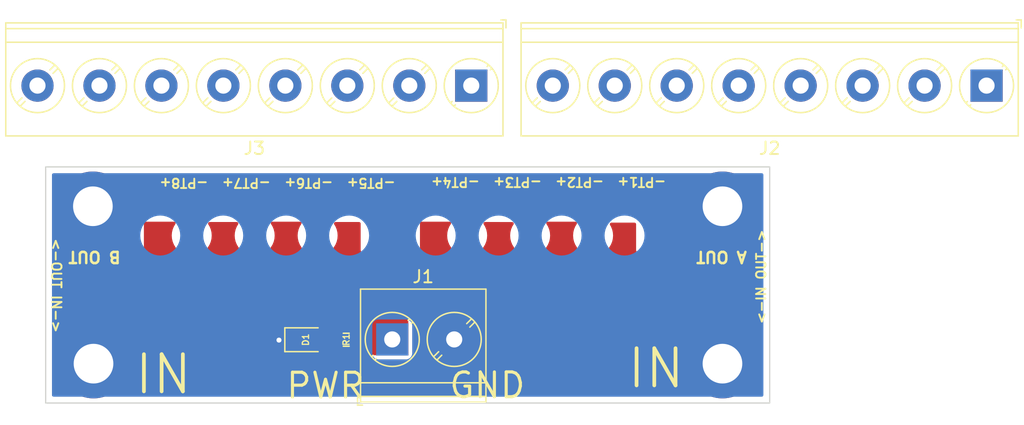
<source format=kicad_pcb>
(kicad_pcb (version 20221018) (generator pcbnew)
  (layers (0 "F.Cu" signal) (31 "B.Cu" power) (34 "B.Paste" user) (35 "F.Paste" user) (36 "B.SilkS" user "B.Silkscreen") (37 "F.SilkS" user "F.Silkscreen") (38 "B.Mask" user) (39 "F.Mask" user) (44 "Edge.Cuts" user))
  (net 0 "")
  (net 1 "Net-(D1-A)")
  (net 2 "GND")
  (net 3 "POWER IN")
  (footprint "TerminalBlock_Phoenix:TerminalBlock_Phoenix_PT-1,5-8-5.0-H_1x08_P5.00mm_Horizontal" (layer "F.Cu") (at 101.32 18.84 180)
    (fp_text reference "J2" (at 17.5 -5.06 180) (layer "F.SilkS"))
    (fp_text value "OUT CHAN A")
    (fp_line (start -2.8 4.66) (end -2.8 5.3) (stroke (width 0.12)) (layer "F.SilkS"))
    (fp_line (start -2.8 5.3) (end -2.4 5.3) (stroke (width 0.12)) (layer "F.SilkS"))
    (fp_line (start -2.56 -4.06) (end -2.56 5.06) (stroke (width 0.12)) (layer "F.SilkS"))
    (fp_line (start -2.56 -4.06) (end 37.56 -4.06) (stroke (width 0.12)) (layer "F.SilkS"))
    (fp_line (start -2.56 3.5) (end 37.56 3.5) (stroke (width 0.12)) (layer "F.SilkS"))
    (fp_line (start -2.56 4.6) (end 37.56 4.6) (stroke (width 0.12)) (layer "F.SilkS"))
    (fp_line (start -2.56 5.06) (end 37.56 5.06) (stroke (width 0.12)) (layer "F.SilkS"))
    (fp_line (start -1.548 1.281) (end -1.654 1.388) (stroke (width 0.12)) (layer "F.SilkS"))
    (fp_line (start -1.282 1.547) (end -1.388 1.654) (stroke (width 0.12)) (layer "F.SilkS"))
    (fp_line (start 1.388 -1.654) (end 1.281 -1.547) (stroke (width 0.12)) (layer "F.SilkS"))
    (fp_line (start 1.654 -1.388) (end 1.547 -1.281) (stroke (width 0.12)) (layer "F.SilkS"))
    (fp_line (start 3.742 0.992) (end 3.347 1.388) (stroke (width 0.12)) (layer "F.SilkS"))
    (fp_line (start 3.993 1.274) (end 3.613 1.654) (stroke (width 0.12)) (layer "F.SilkS"))
    (fp_line (start 6.388 -1.654) (end 6.008 -1.274) (stroke (width 0.12)) (layer "F.SilkS"))
    (fp_line (start 6.654 -1.388) (end 6.259 -0.992) (stroke (width 0.12)) (layer "F.SilkS"))
    (fp_line (start 8.742 0.992) (end 8.347 1.388) (stroke (width 0.12)) (layer "F.SilkS"))
    (fp_line (start 8.993 1.274) (end 8.613 1.654) (stroke (width 0.12)) (layer "F.SilkS"))
    (fp_line (start 11.388 -1.654) (end 11.008 -1.274) (stroke (width 0.12)) (layer "F.SilkS"))
    (fp_line (start 11.654 -1.388) (end 11.259 -0.992) (stroke (width 0.12)) (layer "F.SilkS"))
    (fp_line (start 13.742 0.992) (end 13.347 1.388) (stroke (width 0.12)) (layer "F.SilkS"))
    (fp_line (start 13.993 1.274) (end 13.613 1.654) (stroke (width 0.12)) (layer "F.SilkS"))
    (fp_line (start 16.388 -1.654) (end 16.008 -1.274) (stroke (width 0.12)) (layer "F.SilkS"))
    (fp_line (start 16.654 -1.388) (end 16.259 -0.992) (stroke (width 0.12)) (layer "F.SilkS"))
    (fp_line (start 18.742 0.992) (end 18.347 1.388) (stroke (width 0.12)) (layer "F.SilkS"))
    (fp_line (start 18.993 1.274) (end 18.613 1.654) (stroke (width 0.12)) (layer "F.SilkS"))
    (fp_line (start 21.388 -1.654) (end 21.008 -1.274) (stroke (width 0.12)) (layer "F.SilkS"))
    (fp_line (start 21.654 -1.388) (end 21.259 -0.992) (stroke (width 0.12)) (layer "F.SilkS"))
    (fp_line (start 23.742 0.992) (end 23.347 1.388) (stroke (width 0.12)) (layer "F.SilkS"))
    (fp_line (start 23.993 1.274) (end 23.613 1.654) (stroke (width 0.12)) (layer "F.SilkS"))
    (fp_line (start 26.388 -1.654) (end 26.008 -1.274) (stroke (width 0.12)) (layer "F.SilkS"))
    (fp_line (start 26.654 -1.388) (end 26.259 -0.992) (stroke (width 0.12)) (layer "F.SilkS"))
    (fp_line (start 28.742 0.992) (end 28.347 1.388) (stroke (width 0.12)) (layer "F.SilkS"))
    (fp_line (start 28.993 1.274) (end 28.613 1.654) (stroke (width 0.12)) (layer "F.SilkS"))
    (fp_line (start 31.388 -1.654) (end 31.008 -1.274) (stroke (width 0.12)) (layer "F.SilkS"))
    (fp_line (start 31.654 -1.388) (end 31.259 -0.992) (stroke (width 0.12)) (layer "F.SilkS"))
    (fp_line (start 33.742 0.992) (end 33.347 1.388) (stroke (width 0.12)) (layer "F.SilkS"))
    (fp_line (start 33.993 1.274) (end 33.613 1.654) (stroke (width 0.12)) (layer "F.SilkS"))
    (fp_line (start 36.388 -1.654) (end 36.008 -1.274) (stroke (width 0.12)) (layer "F.SilkS"))
    (fp_line (start 36.654 -1.388) (end 36.259 -0.992) (stroke (width 0.12)) (layer "F.SilkS"))
    (fp_line (start 37.56 -4.06) (end 37.56 5.06) (stroke (width 0.12)) (layer "F.SilkS"))
    (fp_circle (center 0 0) (end 2.18 0) (stroke (width 0.12)) (fill none) (layer "F.SilkS"))
    (fp_circle (center 5 0) (end 7.18 0) (stroke (width 0.12)) (fill none) (layer "F.SilkS"))
    (fp_circle (center 10 0) (end 12.18 0) (stroke (width 0.12)) (fill none) (layer "F.SilkS"))
    (fp_circle (center 15 0) (end 17.18 0) (stroke (width 0.12)) (fill none) (layer "F.SilkS"))
    (fp_circle (center 20 0) (end 22.18 0) (stroke (width 0.12)) (fill none) (layer "F.SilkS"))
    (fp_circle (center 25 0) (end 27.18 0) (stroke (width 0.12)) (fill none) (layer "F.SilkS"))
    (fp_circle (center 30 0) (end 32.18 0) (stroke (width 0.12)) (fill none) (layer "F.SilkS"))
    (fp_circle (center 35 0) (end 37.18 0) (stroke (width 0.12)) (fill none) (layer "F.SilkS"))
    (pad "1" thru_hole rect (at 0 0 180) (size 2.6 2.6) (drill 1.3) (layers "*.Cu" "*.Mask") (net 2 "GND"))
    (pad "2" thru_hole circle (at 5 0 180) (size 2.6 2.6) (drill 1.3) (layers "*.Cu" "*.Mask") (net 3 "POWER IN"))
    (pad "3" thru_hole circle (at 10 0 180) (size 2.6 2.6) (drill 1.3) (layers "*.Cu" "*.Mask") (net 2 "GND"))
    (pad "4" thru_hole circle (at 15 0 180) (size 2.6 2.6) (drill 1.3) (layers "*.Cu" "*.Mask") (net 3 "POWER IN"))
    (pad "5" thru_hole circle (at 20 0 180) (size 2.6 2.6) (drill 1.3) (layers "*.Cu" "*.Mask") (net 2 "GND"))
    (pad "6" thru_hole circle (at 25 0 180) (size 2.6 2.6) (drill 1.3) (layers "*.Cu" "*.Mask") (net 3 "POWER IN"))
    (pad "7" thru_hole circle (at 30 0 180) (size 2.6 2.6) (drill 1.3) (layers "*.Cu" "*.Mask") (net 2 "GND"))
    (pad "8" thru_hole circle (at 35 0 180) (size 2.6 2.6) (drill 1.3) (layers "*.Cu" "*.Mask") (net 3 "POWER IN"))
  )
  (footprint "MountingHole:MountingHole_3.2mm_M3_DIN965_Pad_TopBottom" (layer "F.Cu") (at 80.01 28.575)
    (fp_text reference "H3" hide)
    (fp_text value "MountingHole_Pad")
    (pad "1" thru_hole circle (at 0 0) (size 3.6 3.6) (drill 3.2) (layers "*.Cu" "*.Mask") (net 2 "GND"))
    (pad "1" connect circle (at 0 0) (size 5.6 5.6) (layers "F.Cu" "F.Mask") (net 2 "GND"))
    (pad "1" connect circle (at 0 0) (size 5.6 5.6) (layers "B.Cu" "B.Mask") (net 2 "GND"))
  )
  (footprint "MountingHole:MountingHole_3.2mm_M3_DIN965_Pad_TopBottom" (layer "F.Cu") (at 29.21 28.575)
    (fp_text reference "H1" hide)
    (fp_text value "MountingHole_Pad")
    (pad "1" thru_hole circle locked (at 0 0) (size 3.6 3.6) (drill 3.2) (layers "*.Cu" "*.Mask") (net 2 "GND"))
    (pad "1" connect circle locked (at 0 0) (size 5.6 5.6) (layers "F.Cu" "F.Mask") (net 2 "GND"))
    (pad "1" connect circle locked (at 0 0) (size 5.6 5.6) (layers "B.Cu" "B.Mask") (net 2 "GND"))
  )
  (footprint "TerminalBlock_Phoenix:TerminalBlock_Phoenix_PT-1,5-2-5.0-H_1x02_P5.00mm_Horizontal" (layer "F.Cu") (at 53.3654 39.3192)
    (fp_text reference "J1" (at 2.5 -5.06) (layer "F.SilkS"))
    (fp_text value "POWER IN ")
    (fp_line (start -2.8 4.66) (end -2.8 5.3) (stroke (width 0.12)) (layer "F.SilkS"))
    (fp_line (start -2.8 5.3) (end -2.4 5.3) (stroke (width 0.12)) (layer "F.SilkS"))
    (fp_line (start -2.56 -4.06) (end -2.56 5.06) (stroke (width 0.12)) (layer "F.SilkS"))
    (fp_line (start -2.56 -4.06) (end 7.56 -4.06) (stroke (width 0.12)) (layer "F.SilkS"))
    (fp_line (start -2.56 3.5) (end 7.56 3.5) (stroke (width 0.12)) (layer "F.SilkS"))
    (fp_line (start -2.56 4.6) (end 7.56 4.6) (stroke (width 0.12)) (layer "F.SilkS"))
    (fp_line (start -2.56 5.06) (end 7.56 5.06) (stroke (width 0.12)) (layer "F.SilkS"))
    (fp_line (start -1.548 1.281) (end -1.654 1.388) (stroke (width 0.12)) (layer "F.SilkS"))
    (fp_line (start -1.282 1.547) (end -1.388 1.654) (stroke (width 0.12)) (layer "F.SilkS"))
    (fp_line (start 1.388 -1.654) (end 1.281 -1.547) (stroke (width 0.12)) (layer "F.SilkS"))
    (fp_line (start 1.654 -1.388) (end 1.547 -1.281) (stroke (width 0.12)) (layer "F.SilkS"))
    (fp_line (start 3.742 0.992) (end 3.347 1.388) (stroke (width 0.12)) (layer "F.SilkS"))
    (fp_line (start 3.993 1.274) (end 3.613 1.654) (stroke (width 0.12)) (layer "F.SilkS"))
    (fp_line (start 6.388 -1.654) (end 6.008 -1.274) (stroke (width 0.12)) (layer "F.SilkS"))
    (fp_line (start 6.654 -1.388) (end 6.259 -0.992) (stroke (width 0.12)) (layer "F.SilkS"))
    (fp_line (start 7.56 -4.06) (end 7.56 5.06) (stroke (width 0.12)) (layer "F.SilkS"))
    (fp_circle (center 0 0) (end 2.18 0) (stroke (width 0.12)) (fill none) (layer "F.SilkS"))
    (fp_circle (center 5 0) (end 7.18 0) (stroke (width 0.12)) (fill none) (layer "F.SilkS"))
    (pad "1" thru_hole rect (at 0 0) (size 2.6 2.6) (drill 1.3) (layers "*.Cu" "*.Mask") (net 3 "POWER IN"))
    (pad "2" thru_hole circle (at 5 0) (size 2.6 2.6) (drill 1.3) (layers "*.Cu" "*.Mask") (net 2 "GND"))
  )
  (footprint "Resistor_SMD:R_0603_1608Metric" (layer "F.Cu") (at 49.6529 39.3446)
    (fp_text reference "R1" (at 0.0064 0 -90) (layer "F.SilkS") (effects (font (size 0.5 0.5) (thickness 0.1))))
    (fp_text value "2.9K")
    (fp_line (start -0.237258 -0.5225) (end 0.237258 -0.5225) (stroke (width 0.12)) (layer "F.SilkS"))
    (fp_line (start -0.237258 0.5225) (end 0.237258 0.5225) (stroke (width 0.12)) (layer "F.SilkS"))
    (pad "1" smd roundrect (at -0.825 0) (size 0.8 0.95) (layers "F.Cu" "F.Paste" "F.Mask") (net 1 "Net-(D1-A)"))
    (pad "2" smd roundrect (at 0.825 0) (size 0.8 0.95) (layers "F.Cu" "F.Paste" "F.Mask") (net 3 "POWER IN"))
  )
  (footprint "TerminalBlock_Phoenix:TerminalBlock_Phoenix_PT-1,5-8-5.0-H_1x08_P5.00mm_Horizontal" (layer "F.Cu") (at 59.74 18.84 180)
    (fp_text reference "J3" (at 17.5 -5.06 180) (layer "F.SilkS"))
    (fp_text value "OUT CHAN B")
    (fp_line (start -2.8 4.66) (end -2.8 5.3) (stroke (width 0.12)) (layer "F.SilkS"))
    (fp_line (start -2.8 5.3) (end -2.4 5.3) (stroke (width 0.12)) (layer "F.SilkS"))
    (fp_line (start -2.56 -4.06) (end -2.56 5.06) (stroke (width 0.12)) (layer "F.SilkS"))
    (fp_line (start -2.56 -4.06) (end 37.56 -4.06) (stroke (width 0.12)) (layer "F.SilkS"))
    (fp_line (start -2.56 3.5) (end 37.56 3.5) (stroke (width 0.12)) (layer "F.SilkS"))
    (fp_line (start -2.56 4.6) (end 37.56 4.6) (stroke (width 0.12)) (layer "F.SilkS"))
    (fp_line (start -2.56 5.06) (end 37.56 5.06) (stroke (width 0.12)) (layer "F.SilkS"))
    (fp_line (start -1.548 1.281) (end -1.654 1.388) (stroke (width 0.12)) (layer "F.SilkS"))
    (fp_line (start -1.282 1.547) (end -1.388 1.654) (stroke (width 0.12)) (layer "F.SilkS"))
    (fp_line (start 1.388 -1.654) (end 1.281 -1.547) (stroke (width 0.12)) (layer "F.SilkS"))
    (fp_line (start 1.654 -1.388) (end 1.547 -1.281) (stroke (width 0.12)) (layer "F.SilkS"))
    (fp_line (start 3.742 0.992) (end 3.347 1.388) (stroke (width 0.12)) (layer "F.SilkS"))
    (fp_line (start 3.993 1.274) (end 3.613 1.654) (stroke (width 0.12)) (layer "F.SilkS"))
    (fp_line (start 6.388 -1.654) (end 6.008 -1.274) (stroke (width 0.12)) (layer "F.SilkS"))
    (fp_line (start 6.654 -1.388) (end 6.259 -0.992) (stroke (width 0.12)) (layer "F.SilkS"))
    (fp_line (start 8.742 0.992) (end 8.347 1.388) (stroke (width 0.12)) (layer "F.SilkS"))
    (fp_line (start 8.993 1.274) (end 8.613 1.654) (stroke (width 0.12)) (layer "F.SilkS"))
    (fp_line (start 11.388 -1.654) (end 11.008 -1.274) (stroke (width 0.12)) (layer "F.SilkS"))
    (fp_line (start 11.654 -1.388) (end 11.259 -0.992) (stroke (width 0.12)) (layer "F.SilkS"))
    (fp_line (start 13.742 0.992) (end 13.347 1.388) (stroke (width 0.12)) (layer "F.SilkS"))
    (fp_line (start 13.993 1.274) (end 13.613 1.654) (stroke (width 0.12)) (layer "F.SilkS"))
    (fp_line (start 16.388 -1.654) (end 16.008 -1.274) (stroke (width 0.12)) (layer "F.SilkS"))
    (fp_line (start 16.654 -1.388) (end 16.259 -0.992) (stroke (width 0.12)) (layer "F.SilkS"))
    (fp_line (start 18.742 0.992) (end 18.347 1.388) (stroke (width 0.12)) (layer "F.SilkS"))
    (fp_line (start 18.993 1.274) (end 18.613 1.654) (stroke (width 0.12)) (layer "F.SilkS"))
    (fp_line (start 21.388 -1.654) (end 21.008 -1.274) (stroke (width 0.12)) (layer "F.SilkS"))
    (fp_line (start 21.654 -1.388) (end 21.259 -0.992) (stroke (width 0.12)) (layer "F.SilkS"))
    (fp_line (start 23.742 0.992) (end 23.347 1.388) (stroke (width 0.12)) (layer "F.SilkS"))
    (fp_line (start 23.993 1.274) (end 23.613 1.654) (stroke (width 0.12)) (layer "F.SilkS"))
    (fp_line (start 26.388 -1.654) (end 26.008 -1.274) (stroke (width 0.12)) (layer "F.SilkS"))
    (fp_line (start 26.654 -1.388) (end 26.259 -0.992) (stroke (width 0.12)) (layer "F.SilkS"))
    (fp_line (start 28.742 0.992) (end 28.347 1.388) (stroke (width 0.12)) (layer "F.SilkS"))
    (fp_line (start 28.993 1.274) (end 28.613 1.654) (stroke (width 0.12)) (layer "F.SilkS"))
    (fp_line (start 31.388 -1.654) (end 31.008 -1.274) (stroke (width 0.12)) (layer "F.SilkS"))
    (fp_line (start 31.654 -1.388) (end 31.259 -0.992) (stroke (width 0.12)) (layer "F.SilkS"))
    (fp_line (start 33.742 0.992) (end 33.347 1.388) (stroke (width 0.12)) (layer "F.SilkS"))
    (fp_line (start 33.993 1.274) (end 33.613 1.654) (stroke (width 0.12)) (layer "F.SilkS"))
    (fp_line (start 36.388 -1.654) (end 36.008 -1.274) (stroke (width 0.12)) (layer "F.SilkS"))
    (fp_line (start 36.654 -1.388) (end 36.259 -0.992) (stroke (width 0.12)) (layer "F.SilkS"))
    (fp_line (start 37.56 -4.06) (end 37.56 5.06) (stroke (width 0.12)) (layer "F.SilkS"))
    (fp_circle (center 0 0) (end 2.18 0) (stroke (width 0.12)) (fill none) (layer "F.SilkS"))
    (fp_circle (center 5 0) (end 7.18 0) (stroke (width 0.12)) (fill none) (layer "F.SilkS"))
    (fp_circle (center 10 0) (end 12.18 0) (stroke (width 0.12)) (fill none) (layer "F.SilkS"))
    (fp_circle (center 15 0) (end 17.18 0) (stroke (width 0.12)) (fill none) (layer "F.SilkS"))
    (fp_circle (center 20 0) (end 22.18 0) (stroke (width 0.12)) (fill none) (layer "F.SilkS"))
    (fp_circle (center 25 0) (end 27.18 0) (stroke (width 0.12)) (fill none) (layer "F.SilkS"))
    (fp_circle (center 30 0) (end 32.18 0) (stroke (width 0.12)) (fill none) (layer "F.SilkS"))
    (fp_circle (center 35 0) (end 37.18 0) (stroke (width 0.12)) (fill none) (layer "F.SilkS"))
    (pad "1" thru_hole rect (at 0 0 180) (size 2.6 2.6) (drill 1.3) (layers "*.Cu" "*.Mask") (net 2 "GND"))
    (pad "2" thru_hole circle (at 5 0 180) (size 2.6 2.6) (drill 1.3) (layers "*.Cu" "*.Mask") (net 3 "POWER IN"))
    (pad "3" thru_hole circle (at 10 0 180) (size 2.6 2.6) (drill 1.3) (layers "*.Cu" "*.Mask") (net 2 "GND"))
    (pad "4" thru_hole circle (at 15 0 180) (size 2.6 2.6) (drill 1.3) (layers "*.Cu" "*.Mask") (net 3 "POWER IN"))
    (pad "5" thru_hole circle (at 20 0 180) (size 2.6 2.6) (drill 1.3) (layers "*.Cu" "*.Mask") (net 2 "GND"))
    (pad "6" thru_hole circle (at 25 0 180) (size 2.6 2.6) (drill 1.3) (layers "*.Cu" "*.Mask") (net 3 "POWER IN"))
    (pad "7" thru_hole circle (at 30 0 180) (size 2.6 2.6) (drill 1.3) (layers "*.Cu" "*.Mask") (net 2 "GND"))
    (pad "8" thru_hole circle (at 35 0 180) (size 2.6 2.6) (drill 1.3) (layers "*.Cu" "*.Mask") (net 3 "POWER IN"))
  )
  (footprint "MountingHole:MountingHole_3.2mm_M3_DIN965_Pad_TopBottom" (layer "F.Cu") (at 29.2608 41.275)
    (fp_text reference "H2" hide)
    (fp_text value "MountingHole_Pad")
    (pad "1" thru_hole circle (at 0 0) (size 3.6 3.6) (drill 3.2) (layers "*.Cu" "*.Mask") (net 2 "GND"))
    (pad "1" connect circle (at 0 0) (size 5.6 5.6) (layers "F.Cu" "F.Mask") (net 2 "GND"))
    (pad "1" connect circle (at 0 0) (size 5.6 5.6) (layers "B.Cu" "B.Mask") (net 2 "GND"))
  )
  (footprint "LED_SMD:LED_0805_2012Metric" (layer "F.Cu") (at 46.3827 39.3446)
    (fp_text reference "D1" (at 0 0 -90) (layer "F.SilkS") (effects (font (size 0.5 0.5) (thickness 0.1))))
    (fp_text value "LED")
    (fp_line (start -1.685 -0.96) (end -1.685 0.96) (stroke (width 0.12)) (layer "F.SilkS"))
    (fp_line (start -1.685 0.96) (end 1 0.96) (stroke (width 0.12)) (layer "F.SilkS"))
    (fp_line (start 1 -0.96) (end -1.685 -0.96) (stroke (width 0.12)) (layer "F.SilkS"))
    (pad "1" smd roundrect (at -0.9375 0) (size 0.975 1.4) (layers "F.Cu" "F.Paste" "F.Mask") (net 2 "GND"))
    (pad "2" smd roundrect (at 0.9375 0) (size 0.975 1.4) (layers "F.Cu" "F.Paste" "F.Mask") (net 1 "Net-(D1-A)"))
  )
  (footprint "MountingHole:MountingHole_3.2mm_M3_DIN965_Pad_TopBottom" (layer "F.Cu") (at 80.01 41.275)
    (fp_text reference "H4" hide)
    (fp_text value "MountingHole_Pad")
    (pad "1" thru_hole circle (at 0 0) (size 3.6 3.6) (drill 3.2) (layers "*.Cu" "*.Mask") (net 2 "GND"))
    (pad "1" connect circle (at 0 0) (size 5.6 5.6) (layers "F.Cu" "F.Mask") (net 2 "GND"))
    (pad "1" connect circle (at 0 0) (size 5.6 5.6) (layers "B.Cu" "B.Mask") (net 2 "GND"))
  )
  (gr_rect (start 25.4 25.4) (end 83.82 44.45) (stroke (width 0.1)) (fill none) (layer "Edge.Cuts"))
  (gr_text "-PT6+" (at 46.623332 26.69 180) (layer "F.SilkS") (effects (font (size 0.75 0.75))))
  (gr_text "PWR" (at 47.9806 43.053) (layer "F.SilkS") (effects (font (size 2 2) (thickness 0.25))))
  (gr_text "IN" (at 74.6506 41.656) (layer "F.SilkS") (effects (font (size 3 3) (thickness 0.3))))
  (gr_text "<-IN OUT->" (at 83.1342 34.2646 90) (layer "F.SilkS") (effects (font (size 0.75 0.75))))
  (gr_text "-PT7+" (at 41.586666 26.69 180) (layer "F.SilkS") (effects (font (size 0.75 0.75))))
  (gr_text "GND" (at 61.0362 43.0276) (layer "F.SilkS") (effects (font (size 2 2) (thickness 0.25))))
  (gr_text "-PT1+" (at 73.49 26.62 180) (layer "F.SilkS") (effects (font (size 0.75 0.75))))
  (gr_text "-PT8+" (at 36.55 26.69 180) (layer "F.SilkS") (effects (font (size 0.75 0.75))))
  (gr_text "-PT3+" (at 63.47 26.62 180) (layer "F.SilkS") (effects (font (size 0.75 0.75))))
  (gr_text "-PT2+" (at 68.48 26.62 180) (layer "F.SilkS") (effects (font (size 0.75 0.75))))
  (gr_text "<-OUT IN->" (at 26.2636 34.9758 270) (layer "F.SilkS") (effects (font (size 0.75 0.75))))
  (gr_text "B OUT\n" (at 29.337 32.6644 180) (layer "F.SilkS") (effects (font (size 0.9 0.9) (thickness 0.2))))
  (gr_text "-PT5+" (at 51.66 26.69 180) (layer "F.SilkS") (effects (font (size 0.75 0.75))))
  (gr_text "-PT4+" (at 58.46 26.62 180) (layer "F.SilkS") (effects (font (size 0.75 0.75))))
  (gr_text "IN" (at 34.8996 42.1386) (layer "F.SilkS") (effects (font (size 3 3) (thickness 0.3))))
  (gr_text "A OUT\n" (at 79.9338 32.6644 180) (layer "F.SilkS") (effects (font (size 0.9 0.9) (thickness 0.2))))
  (segment (start 48.8279 39.3446) (end 47.3202 39.3446) (width 0.5) (layer "F.Cu") (net 1))
  (segment (start 45.4452 39.3446) (end 44.2554 39.3446) (width 0.5) (layer "F.Cu") (net 2))
  (segment (start 44.2554 39.3446) (end 44.225 39.375) (width 0.5) (layer "F.Cu") (net 2))
  (via (at 44.225 39.375) (size 0.8) (drill 0.4) (layers "F.Cu" "B.Cu") (net 2))
  (zone (net 3) (net_name "POWER IN") (layer "F.Cu") (connect_pads yes (clearance 0.508)) (min_thickness 0.254) (fill yes (thermal_gap 0.508) (thermal_bridge_width 0.508))
    (polygon (pts (xy 46.0756 32.2326) (xy 48.5648 32.2326) (xy 48.514 29.845) (xy 51.1302 29.845) (xy 51.1556 32.2326) (xy 55.6006 32.2072) (xy 55.6006 29.8196) (xy 58.1406 29.8196) (xy 58.166 32.2072) (xy 60.6806 32.2326) (xy 60.678348 29.841672) (xy 63.218348 29.85) (xy 63.2206 32.2326) (xy 65.7606 32.258) (xy 65.7352 29.8196) (xy 68.3006 29.8196) (xy 68.3006 32.258) (xy 70.8406 32.2834) (xy 70.8406 29.8958) (xy 73.3552 29.8958) (xy 73.3298 36.1696) (xy 56.625 36.175) (xy 54.6608 37.8206) (xy 54.6608 40.5892) (xy 49.825 40.6) (xy 49.85 37.8) (xy 47.9044 36.1696) (xy 33.3248 36.1696) (xy 33.3248 29.8196) (xy 35.9156 29.8196) (xy 35.9156 32.258) (xy 38.4556 32.258) (xy 38.4556 29.845) (xy 40.9956 29.845) (xy 41.021 32.258) (xy 43.5356 32.258) (xy 43.5356 29.8196) (xy 46.0756 29.8196)))
  )
  (zone (net 2) (net_name "GND") (layer "B.Cu") (connect_pads yes (clearance 0.508)) (min_thickness 0.254) (fill yes (thermal_gap 0.508) (thermal_bridge_width 0.508))
    (polygon (pts (xy 83.84 44.405) (xy 25.41 44.405) (xy 25.41 25.42) (xy 83.84 25.42)))
  )
)
</source>
